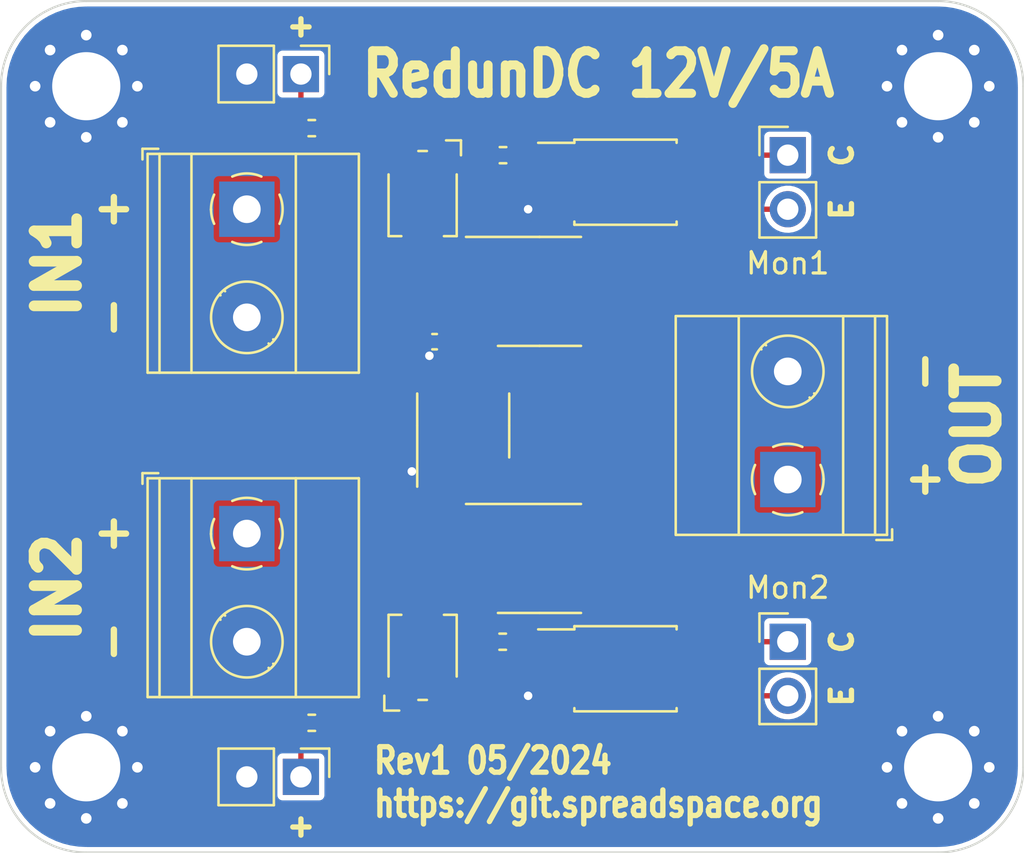
<source format=kicad_pcb>
(kicad_pcb (version 20240108) (generator "pcbnew") (generator_version "8.0")
  (layers (0 "F.Cu" signal) (31 "B.Cu" signal) (34 "B.Paste" user) (35 "F.Paste" user) (36 "B.SilkS" user "B.Silkscreen") (37 "F.SilkS" user "F.Silkscreen") (38 "B.Mask" user) (39 "F.Mask" user) (44 "Edge.Cuts" user))
  (net 0 "")
  (net 1 "Net-(C1-Pad1)")
  (net 2 "GND")
  (net 3 "Net-(Q1-Pad4)")
  (net 4 "Net-(Q2-Pad4)")
  (net 10 "/IN1")
  (net 11 "/OUT")
  (net 12 "/IN2")
  (net 13 "Net-(R1-Pad2)")
  (net 14 "Net-(R2-Pad2)")
  (net 15 "Net-(J4-Pad1)")
  (net 16 "Net-(J4-Pad2)")
  (net 17 "Net-(J5-Pad2)")
  (net 18 "Net-(J5-Pad1)")
  (net 19 "Net-(J6-Pad1)")
  (net 20 "Net-(J7-Pad1)")
  (net 21 "Net-(R3-Pad1)")
  (net 22 "Net-(R4-Pad1)")
  (footprint "Connector_PinHeader_2.54mm:PinHeader_1x02_P2.54mm_Vertical" (layer "F.Cu") (at 132.08 107.95 -90)
    (property "Reference" "J7" (hide yes))
    (property "Value" "Led2" (hide yes))
    (fp_line (start -1.33 3.87) (end 1.33 3.87) (stroke (width 0.12)) (layer "F.SilkS"))
    (fp_line (start -1.33 1.27) (end -1.33 3.87) (stroke (width 0.12)) (layer "F.SilkS"))
    (fp_line (start -1.33 1.27) (end 1.33 1.27) (stroke (width 0.12)) (layer "F.SilkS"))
    (fp_line (start 1.33 1.27) (end 1.33 3.87) (stroke (width 0.12)) (layer "F.SilkS"))
    (fp_line (start -1.33 0) (end -1.33 -1.33) (stroke (width 0.12)) (layer "F.SilkS"))
    (fp_line (start -1.33 -1.33) (end 0 -1.33) (stroke (width 0.12)) (layer "F.SilkS"))
    (pad "1" thru_hole rect (at 0 0 270) (size 1.7 1.7) (drill 1) (layers "*.Cu" "*.Mask") (net 20 "Net-(J7-Pad1)"))
    (pad "2" thru_hole oval (at 0 2.54 270) (size 1.7 1.7) (drill 1) (layers "*.Cu" "*.Mask") (net 2 "GND"))
  )
  (footprint "Package_SO:MSOP-16_3x4mm_P0.5mm" (layer "F.Cu") (at 139.7 91.44 90)
    (property "Reference" "U1" (hide yes))
    (property "Value" "LTC4353xMS")
    (fp_line (start 0 -2.16) (end 1.5 -2.16) (stroke (width 0.12)) (layer "F.SilkS"))
    (fp_line (start 0 -2.16) (end -2.875 -2.16) (stroke (width 0.12)) (layer "F.SilkS"))
    (fp_line (start 0 2.16) (end 1.5 2.16) (stroke (width 0.12)) (layer "F.SilkS"))
    (fp_line (start 0 2.16) (end -1.5 2.16) (stroke (width 0.12)) (layer "F.SilkS"))
    (pad "1" smd roundrect (at -2.15 -1.75 90) (size 1.45 0.3) (layers "F.Cu" "F.Paste" "F.Mask") (net 2 "GND"))
    (pad "2" smd roundrect (at -2.15 -1.25 90) (size 1.45 0.3) (layers "F.Cu" "F.Paste" "F.Mask"))
    (pad "3" smd roundrect (at -2.15 -0.75 90) (size 1.45 0.3) (layers "F.Cu" "F.Paste" "F.Mask"))
    (pad "4" smd roundrect (at -2.15 -0.25 90) (size 1.45 0.3) (layers "F.Cu" "F.Paste" "F.Mask") (net 12 "/IN2"))
    (pad "5" smd roundrect (at -2.15 0.25 90) (size 1.45 0.3) (layers "F.Cu" "F.Paste" "F.Mask") (net 4 "Net-(Q2-Pad4)"))
    (pad "6" smd roundrect (at -2.15 0.75 90) (size 1.45 0.3) (layers "F.Cu" "F.Paste" "F.Mask"))
    (pad "7" smd roundrect (at -2.15 1.25 90) (size 1.45 0.3) (layers "F.Cu" "F.Paste" "F.Mask") (net 11 "/OUT"))
    (pad "8" smd roundrect (at -2.15 1.75 90) (size 1.45 0.3) (layers "F.Cu" "F.Paste" "F.Mask"))
    (pad "9" smd roundrect (at 2.15 1.75 90) (size 1.45 0.3) (layers "F.Cu" "F.Paste" "F.Mask"))
    (pad "10" smd roundrect (at 2.15 1.25 90) (size 1.45 0.3) (layers "F.Cu" "F.Paste" "F.Mask") (net 11 "/OUT"))
    (pad "11" smd roundrect (at 2.15 0.75 90) (size 1.45 0.3) (layers "F.Cu" "F.Paste" "F.Mask"))
    (pad "12" smd roundrect (at 2.15 0.25 90) (size 1.45 0.3) (layers "F.Cu" "F.Paste" "F.Mask") (net 3 "Net-(Q1-Pad4)"))
    (pad "13" smd roundrect (at 2.15 -0.25 90) (size 1.45 0.3) (layers "F.Cu" "F.Paste" "F.Mask") (net 10 "/IN1"))
    (pad "14" smd roundrect (at 2.15 -0.75 90) (size 1.45 0.3) (layers "F.Cu" "F.Paste" "F.Mask") (net 1 "Net-(C1-Pad1)"))
    (pad "15" smd roundrect (at 2.15 -1.25 90) (size 1.45 0.3) (layers "F.Cu" "F.Paste" "F.Mask") (net 2 "GND"))
    (pad "16" smd roundrect (at 2.15 -1.75 90) (size 1.45 0.3) (layers "F.Cu" "F.Paste" "F.Mask") (net 2 "GND"))
  )
  (footprint "Package_SO:SO-4_4.4x3.6mm_P2.54mm" (layer "F.Cu") (at 147.32 102.87)
    (property "Reference" "U3" (hide yes))
    (property "Value" "LTV-357T")
    (fp_line (start -2.4 -2) (end 2.4 -2) (stroke (width 0.12)) (layer "F.SilkS"))
    (fp_line (start -2.4 -1.85) (end -4.1 -1.85) (stroke (width 0.12)) (layer "F.SilkS"))
    (fp_line (start -2.4 -1.85) (end -2.4 -2) (stroke (width 0.12)) (layer "F.SilkS"))
    (fp_line (start -2.4 2) (end -2.4 1.85) (stroke (width 0.12)) (layer "F.SilkS"))
    (fp_line (start 2.4 -2) (end 2.4 -1.85) (stroke (width 0.12)) (layer "F.SilkS"))
    (fp_line (start 2.4 1.85) (end 2.4 2) (stroke (width 0.12)) (layer "F.SilkS"))
    (fp_line (start 2.4 2) (end -2.4 2) (stroke (width 0.12)) (layer "F.SilkS"))
    (pad "1" smd rect (at -3.15 -1.27) (size 2 0.64) (layers "F.Cu" "F.Paste" "F.Mask") (net 14 "Net-(R2-Pad2)"))
    (pad "2" smd rect (at -3.15 1.27) (size 2 0.64) (layers "F.Cu" "F.Paste" "F.Mask") (net 2 "GND"))
    (pad "3" smd rect (at 3.15 1.27) (size 2 0.64) (layers "F.Cu" "F.Paste" "F.Mask") (net 17 "Net-(J5-Pad2)"))
    (pad "4" smd rect (at 3.15 -1.27) (size 2 0.64) (layers "F.Cu" "F.Paste" "F.Mask") (net 18 "Net-(J5-Pad1)"))
  )
  (footprint "Resistor_SMD:R_0402_1005Metric" (layer "F.Cu") (at 132.589999 105.41 180)
    (property "Reference" "R4" (hide yes))
    (property "Value" "220R" (hide yes))
    (fp_line (start -0.153641 0.38) (end 0.153641 0.38) (stroke (width 0.12)) (layer "F.SilkS"))
    (fp_line (start -0.153641 -0.38) (end 0.153641 -0.38) (stroke (width 0.12)) (layer "F.SilkS"))
    (pad "1" smd roundrect (at -0.51 0 180) (size 0.54 0.64) (layers "F.Cu" "F.Paste" "F.Mask") (net 22 "Net-(R4-Pad1)"))
    (pad "2" smd roundrect (at 0.51 0 180) (size 0.54 0.64) (layers "F.Cu" "F.Paste" "F.Mask") (net 20 "Net-(J7-Pad1)"))
  )
  (footprint "Package_SO:SO-4_4.4x3.6mm_P2.54mm" (layer "F.Cu") (at 147.32 80.01)
    (property "Reference" "U2" (hide yes))
    (property "Value" "LTV-357T")
    (fp_line (start -2.4 -2) (end 2.4 -2) (stroke (width 0.12)) (layer "F.SilkS"))
    (fp_line (start -2.4 -1.85) (end -4.1 -1.85) (stroke (width 0.12)) (layer "F.SilkS"))
    (fp_line (start -2.4 -1.85) (end -2.4 -2) (stroke (width 0.12)) (layer "F.SilkS"))
    (fp_line (start -2.4 2) (end -2.4 1.85) (stroke (width 0.12)) (layer "F.SilkS"))
    (fp_line (start 2.4 -2) (end 2.4 -1.85) (stroke (width 0.12)) (layer "F.SilkS"))
    (fp_line (start 2.4 1.85) (end 2.4 2) (stroke (width 0.12)) (layer "F.SilkS"))
    (fp_line (start 2.4 2) (end -2.4 2) (stroke (width 0.12)) (layer "F.SilkS"))
    (pad "1" smd rect (at -3.15 -1.27) (size 2 0.64) (layers "F.Cu" "F.Paste" "F.Mask") (net 13 "Net-(R1-Pad2)"))
    (pad "2" smd rect (at -3.15 1.27) (size 2 0.64) (layers "F.Cu" "F.Paste" "F.Mask") (net 2 "GND"))
    (pad "3" smd rect (at 3.15 1.27) (size 2 0.64) (layers "F.Cu" "F.Paste" "F.Mask") (net 16 "Net-(J4-Pad2)"))
    (pad "4" smd rect (at 3.15 -1.27) (size 2 0.64) (layers "F.Cu" "F.Paste" "F.Mask") (net 15 "Net-(J4-Pad1)"))
  )
  (footprint "Package_SO:SOIC-8_3.9x4.9mm_P1.27mm" (layer "F.Cu") (at 143.2814 85.1408)
    (property "Reference" "Q1" (hide yes))
    (property "Value" "Si4162DY")
    (fp_line (start 0 -2.56) (end -3.45 -2.56) (stroke (width 0.12)) (layer "F.SilkS"))
    (fp_line (start 0 -2.56) (end 1.95 -2.56) (stroke (width 0.12)) (layer "F.SilkS"))
    (fp_line (start 0 2.56) (end -1.95 2.56) (stroke (width 0.12)) (layer "F.SilkS"))
    (fp_line (start 0 2.56) (end 1.95 2.56) (stroke (width 0.12)) (layer "F.SilkS"))
    (pad "1" smd roundrect (at -2.475 -1.905) (size 1.95 0.6) (layers "F.Cu" "F.Paste" "F.Mask") (net 10 "/IN1"))
    (pad "2" smd roundrect (at -2.475 -0.635) (size 1.95 0.6) (layers "F.Cu" "F.Paste" "F.Mask") (net 10 "/IN1"))
    (pad "3" smd roundrect (at -2.475 0.635) (size 1.95 0.6) (layers "F.Cu" "F.Paste" "F.Mask") (net 10 "/IN1"))
    (pad "4" smd roundrect (at -2.475 1.905) (size 1.95 0.6) (layers "F.Cu" "F.Paste" "F.Mask") (net 3 "Net-(Q1-Pad4)"))
    (pad "5" smd roundrect (at 2.475 1.905) (size 1.95 0.6) (layers "F.Cu" "F.Paste" "F.Mask") (net 11 "/OUT"))
    (pad "6" smd roundrect (at 2.475 0.635) (size 1.95 0.6) (layers "F.Cu" "F.Paste" "F.Mask") (net 11 "/OUT"))
    (pad "7" smd roundrect (at 2.475 -0.635) (size 1.95 0.6) (layers "F.Cu" "F.Paste" "F.Mask") (net 11 "/OUT"))
    (pad "8" smd roundrect (at 2.475 -1.905) (size 1.95 0.6) (layers "F.Cu" "F.Paste" "F.Mask") (net 11 "/OUT"))
  )
  (footprint "TerminalBlock_Phoenix:TerminalBlock_Phoenix_MKDS-1,5-2-5.08_1x02_P5.08mm_Horizontal" (layer "F.Cu") (at 129.54 96.52 -90)
    (property "Reference" "J3" (hide yes))
    (property "Value" "IN2" (at 2.54 8.89 90) (layer "F.SilkS") (effects (font (size 2 2) (thickness 0.5))))
    (fp_line (start -2.84 4.9) (end -2.34 4.9) (stroke (width 0.12)) (layer "F.SilkS"))
    (fp_line (start -2.6 4.66) (end 7.68 4.66) (stroke (width 0.12)) (layer "F.SilkS"))
    (fp_line (start -2.84 4.16) (end -2.84 4.9) (stroke (width 0.12)) (layer "F.SilkS"))
    (fp_line (start -2.6 4.1) (end 7.68 4.1) (stroke (width 0.12)) (layer "F.SilkS"))
    (fp_line (start -2.6 2.6) (end 7.68 2.6) (stroke (width 0.12)) (layer "F.SilkS"))
    (fp_line (start 4.046 1.239) (end 4.011 1.274) (stroke (width 0.12)) (layer "F.SilkS"))
    (fp_line (start 3.853 1.023) (end 3.806 1.069) (stroke (width 0.12)) (layer "F.SilkS"))
    (fp_line (start 6.355 -1.069) (end 6.308 -1.023) (stroke (width 0.12)) (layer "F.SilkS"))
    (fp_line (start 6.15 -1.275) (end 6.115 -1.239) (stroke (width 0.12)) (layer "F.SilkS"))
    (fp_line (start -2.6 -2.301) (end 7.68 -2.301) (stroke (width 0.12)) (layer "F.SilkS"))
    (fp_line (start -2.6 -5.261) (end -2.6 4.66) (stroke (width 0.12)) (layer "F.SilkS"))
    (fp_line (start -2.6 -5.261) (end 7.68 -5.261) (stroke (width 0.12)) (layer "F.SilkS"))
    (fp_line (start 7.68 -5.261) (end 7.68 4.66) (stroke (width 0.12)) (layer "F.SilkS"))
    (fp_arc (start 0.028805 1.680253) (mid -0.335551 1.646659) (end -0.684 1.535) (stroke (width 0.12)) (layer "F.SilkS"))
    (fp_arc (start 0.683318 1.534756) (mid 0.349292 1.643288) (end 0 1.68) (stroke (width 0.12)) (layer "F.SilkS"))
    (fp_arc (start -1.535427 0.683042) (mid -1.680501 -0.000524) (end -1.535 -0.684) (stroke (width 0.12)) (layer "F.SilkS"))
    (fp_arc (start 1.535427 -0.683042) (mid 1.680501 0.000524) (end 1.535 0.684) (stroke (width 0.12)) (layer "F.SilkS"))
    (fp_arc (start -0.683042 -1.535427) (mid 0.000524 -1.680501) (end 0.684 -1.535) (stroke (width 0.12)) (layer "F.SilkS"))
    (fp_circle (center 5.08 0) (end 6.76 0) (stroke (width 0.12)) (fill none) (layer "F.SilkS"))
    (pad "1" thru_hole rect (at 0 0 270) (size 2.6 2.6) (drill 1.3) (layers "*.Cu" "*.Mask") (net 12 "/IN2"))
    (pad "2" thru_hole circle (at 5.08 0 270) (size 2.6 2.6) (drill 1.3) (layers "*.Cu" "*.Mask") (net 2 "GND"))
  )
  (footprint "Capacitor_SMD:C_0402_1005Metric" (layer "F.Cu") (at 138.3564 87.503 180)
    (property "Reference" "C1" (hide yes))
    (property "Value" "100n")
    (fp_line (start -0.107836 0.36) (end 0.107836 0.36) (stroke (width 0.12)) (layer "F.SilkS"))
    (fp_line (start -0.107836 -0.36) (end 0.107836 -0.36) (stroke (width 0.12)) (layer "F.SilkS"))
    (pad "1" smd roundrect (at -0.48 0 180) (size 0.56 0.62) (layers "F.Cu" "F.Paste" "F.Mask") (net 1 "Net-(C1-Pad1)"))
    (pad "2" smd roundrect (at 0.48 0 180) (size 0.56 0.62) (layers "F.Cu" "F.Paste" "F.Mask") (net 2 "GND"))
  )
  (footprint "Connector_PinHeader_2.54mm:PinHeader_1x02_P2.54mm_Vertical" (layer "F.Cu") (at 132.08 74.93 -90)
    (property "Reference" "J6" (hide yes))
    (property "Value" "Led1" (hide yes))
    (fp_line (start -1.33 3.87) (end 1.33 3.87) (stroke (width 0.12)) (layer "F.SilkS"))
    (fp_line (start -1.33 1.27) (end -1.33 3.87) (stroke (width 0.12)) (layer "F.SilkS"))
    (fp_line (start -1.33 1.27) (end 1.33 1.27) (stroke (width 0.12)) (layer "F.SilkS"))
    (fp_line (start 1.33 1.27) (end 1.33 3.87) (stroke (width 0.12)) (layer "F.SilkS"))
    (fp_line (start -1.33 0) (end -1.33 -1.33) (stroke (width 0.12)) (layer "F.SilkS"))
    (fp_line (start -1.33 -1.33) (end 0 -1.33) (stroke (width 0.12)) (layer "F.SilkS"))
    (pad "1" thru_hole rect (at 0 0 270) (size 1.7 1.7) (drill 1) (layers "*.Cu" "*.Mask") (net 19 "Net-(J6-Pad1)"))
    (pad "2" thru_hole oval (at 0 2.54 270) (size 1.7 1.7) (drill 1) (layers "*.Cu" "*.Mask") (net 2 "GND"))
  )
  (footprint "Potentiometer_SMD:Potentiometer_Bourns_TC33X_Vertical" (layer "F.Cu") (at 137.795 80.645 -90)
    (property "Reference" "RV1" (hide yes))
    (property "Value" "1K0" (hide yes))
    (fp_line (start -1 1.6) (end 1.9 1.6) (stroke (width 0.12)) (layer "F.SilkS"))
    (fp_line (start 1.9 1.6) (end 1.9 1) (stroke (width 0.12)) (layer "F.SilkS"))
    (fp_line (start -2.1 -0.2) (end -2.1 0.2) (stroke (width 0.12)) (layer "F.SilkS"))
    (fp_line (start -1 -1.6) (end 1.9 -1.6) (stroke (width 0.12)) (layer "F.SilkS"))
    (fp_line (start 1.9 -1.6) (end 1.9 -1) (stroke (width 0.12)) (layer "F.SilkS"))
    (fp_line (start -2.6 -1.8) (end -2.6 -1.1) (stroke (width 0.12)) (layer "F.SilkS"))
    (fp_line (start -1.9 -1.8) (end -2.6 -1.8) (stroke (width 0.12)) (layer "F.SilkS"))
    (pad "1" smd rect (at -1.8 -1 270) (size 1.2 1.2) (layers "F.Cu" "F.Paste" "F.Mask") (net 21 "Net-(R3-Pad1)"))
    (pad "2" smd rect (at 1.45 0 270) (size 1.5 1.6) (layers "F.Cu" "F.Paste" "F.Mask") (net 10 "/IN1"))
    (pad "3" smd rect (at -1.8 1 270) (size 1.2 1.2) (layers "F.Cu" "F.Paste" "F.Mask") (net 10 "/IN1"))
  )
  (footprint "Package_SO:SOIC-8_3.9x4.9mm_P1.27mm" (layer "F.Cu") (at 143.2814 97.6884)
    (property "Reference" "Q2" (hide yes))
    (property "Value" "Si4162DY")
    (fp_line (start 0 -2.56) (end -3.45 -2.56) (stroke (width 0.12)) (layer "F.SilkS"))
    (fp_line (start 0 -2.56) (end 1.95 -2.56) (stroke (width 0.12)) (layer "F.SilkS"))
    (fp_line (start 0 2.56) (end -1.95 2.56) (stroke (width 0.12)) (layer "F.SilkS"))
    (fp_line (start 0 2.56) (end 1.95 2.56) (stroke (width 0.12)) (layer "F.SilkS"))
    (pad "1" smd roundrect (at -2.475 -1.905) (size 1.95 0.6) (layers "F.Cu" "F.Paste" "F.Mask") (net 12 "/IN2"))
    (pad "2" smd roundrect (at -2.475 -0.635) (size 1.95 0.6) (layers "F.Cu" "F.Paste" "F.Mask") (net 12 "/IN2"))
    (pad "3" smd roundrect (at -2.475 0.635) (size 1.95 0.6) (layers "F.Cu" "F.Paste" "F.Mask") (net 12 "/IN2"))
    (pad "4" smd roundrect (at -2.475 1.905) (size 1.95 0.6) (layers "F.Cu" "F.Paste" "F.Mask") (net 4 "Net-(Q2-Pad4)"))
    (pad "5" smd roundrect (at 2.475 1.905) (size 1.95 0.6) (layers "F.Cu" "F.Paste" "F.Mask") (net 11 "/OUT"))
    (pad "6" smd roundrect (at 2.475 0.635) (size 1.95 0.6) (layers "F.Cu" "F.Paste" "F.Mask") (net 11 "/OUT"))
    (pad "7" smd roundrect (at 2.475 -0.635) (size 1.95 0.6) (layers "F.Cu" "F.Paste" "F.Mask") (net 11 "/OUT"))
    (pad "8" smd roundrect (at 2.475 -1.905) (size 1.95 0.6) (layers "F.Cu" "F.Paste" "F.Mask") (net 11 "/OUT"))
  )
  (footprint "MountingHole:MountingHole_3.2mm_M3_Pad_Via" (layer "F.Cu") (at 162 75.5)
    (property "Reference" "H1" (hide yes))
    (property "Value" "MountingHole_Pad" (hide yes))
    (pad "1" thru_hole circle (at -2.4 0) (size 0.8 0.8) (drill 0.5) (layers "*.Cu" "*.Mask") (net 2 "GND"))
    (pad "1" thru_hole circle (at -1.697056 -1.697056) (size 0.8 0.8) (drill 0.5) (layers "*.Cu" "*.Mask") (net 2 "GND"))
    (pad "1" thru_hole circle (at -1.697056 1.697056) (size 0.8 0.8) (drill 0.5) (layers "*.Cu" "*.Mask") (net 2 "GND"))
    (pad "1" thru_hole circle (at 0 -2.4) (size 0.8 0.8) (drill 0.5) (layers "*.Cu" "*.Mask") (net 2 "GND"))
    (pad "1" thru_hole circle (at 0 0) (size 6.4 6.4) (drill 3.2) (layers "*.Cu" "*.Mask") (net 2 "GND"))
    (pad "1" thru_hole circle (at 0 2.4) (size 0.8 0.8) (drill 0.5) (layers "*.Cu" "*.Mask") (net 2 "GND"))
    (pad "1" thru_hole circle (at 1.697056 -1.697056) (size 0.8 0.8) (drill 0.5) (layers "*.Cu" "*.Mask") (net 2 "GND"))
    (pad "1" thru_hole circle (at 1.697056 1.697056) (size 0.8 0.8) (drill 0.5) (layers "*.Cu" "*.Mask") (net 2 "GND"))
    (pad "1" thru_hole circle (at 2.4 0) (size 0.8 0.8) (drill 0.5) (layers "*.Cu" "*.Mask") (net 2 "GND"))
  )
  (footprint "Resistor_SMD:R_0402_1005Metric" (layer "F.Cu") (at 141.5542 101.6)
    (property "Reference" "R2" (hide yes))
    (property "Value" "390R")
    (fp_line (start -0.153641 -0.38) (end 0.153641 -0.38) (stroke (width 0.12)) (layer "F.SilkS"))
    (fp_line (start -0.153641 0.38) (end 0.153641 0.38) (stroke (width 0.12)) (layer "F.SilkS"))
    (pad "1" smd roundrect (at -0.51 0) (size 0.54 0.64) (layers "F.Cu" "F.Paste" "F.Mask") (net 12 "/IN2"))
    (pad "2" smd roundrect (at 0.51 0) (size 0.54 0.64) (layers "F.Cu" "F.Paste" "F.Mask") (net 14 "Net-(R2-Pad2)"))
  )
  (footprint "TerminalBlock_Phoenix:TerminalBlock_Phoenix_MKDS-1,5-2-5.08_1x02_P5.08mm_Horizontal" (layer "F.Cu") (at 154.94 93.98 90)
    (property "Reference" "J2" (hide yes))
    (property "Value" "OUT" (at 2.54 8.89 90) (layer "F.SilkS") (effects (font (size 2 2) (thickness 0.5))))
    (fp_line (start 7.68 -5.261) (end 7.68 4.66) (stroke (width 0.12)) (layer "F.SilkS"))
    (fp_line (start -2.6 -5.261) (end 7.68 -5.261) (stroke (width 0.12)) (layer "F.SilkS"))
    (fp_line (start -2.6 -5.261) (end -2.6 4.66) (stroke (width 0.12)) (layer "F.SilkS"))
    (fp_line (start -2.6 -2.301) (end 7.68 -2.301) (stroke (width 0.12)) (layer "F.SilkS"))
    (fp_line (start 6.15 -1.275) (end 6.115 -1.239) (stroke (width 0.12)) (layer "F.SilkS"))
    (fp_line (start 6.355 -1.069) (end 6.308 -1.023) (stroke (width 0.12)) (layer "F.SilkS"))
    (fp_line (start 3.853 1.023) (end 3.806 1.069) (stroke (width 0.12)) (layer "F.SilkS"))
    (fp_line (start 4.046 1.239) (end 4.011 1.274) (stroke (width 0.12)) (layer "F.SilkS"))
    (fp_line (start -2.6 2.6) (end 7.68 2.6) (stroke (width 0.12)) (layer "F.SilkS"))
    (fp_line (start -2.6 4.1) (end 7.68 4.1) (stroke (width 0.12)) (layer "F.SilkS"))
    (fp_line (start -2.84 4.16) (end -2.84 4.9) (stroke (width 0.12)) (layer "F.SilkS"))
    (fp_line (start -2.6 4.66) (end 7.68 4.66) (stroke (width 0.12)) (layer "F.SilkS"))
    (fp_line (start -2.84 4.9) (end -2.34 4.9) (stroke (width 0.12)) (layer "F.SilkS"))
    (fp_arc (start -0.683042 -1.535427) (mid 0.000524 -1.680501) (end 0.684 -1.535) (stroke (width 0.12)) (layer "F.SilkS"))
    (fp_arc (start 1.535427 -0.683042) (mid 1.680501 0.000524) (end 1.535 0.684) (stroke (width 0.12)) (layer "F.SilkS"))
    (fp_arc (start -1.535427 0.683042) (mid -1.680501 -0.000524) (end -1.535 -0.684) (stroke (width 0.12)) (layer "F.SilkS"))
    (fp_arc (start 0.683318 1.534756) (mid 0.349292 1.643288) (end 0 1.68) (stroke (width 0.12)) (layer "F.SilkS"))
    (fp_arc (start 0.028805 1.680253) (mid -0.335551 1.646659) (end -0.684 1.535) (stroke (width 0.12)) (layer "F.SilkS"))
    (fp_circle (center 5.08 0) (end 6.76 0) (stroke (width 0.12)) (fill none) (layer "F.SilkS"))
    (pad "1" thru_hole rect (at 0 0 90) (size 2.6 2.6) (drill 1.3) (layers "*.Cu" "*.Mask") (net 11 "/OUT"))
    (pad "2" thru_hole circle (at 5.08 0 90) (size 2.6 2.6) (drill 1.3) (layers "*.Cu" "*.Mask") (net 2 "GND"))
  )
  (footprint "MountingHole:MountingHole_3.2mm_M3_Pad_Via" (layer "F.Cu") (at 162 107.5)
    (property "Reference" "H4" (hide yes))
    (property "Value" "MountingHole_Pad" (hide yes))
    (pad "1" thru_hole circle (at -2.4 0) (size 0.8 0.8) (drill 0.5) (layers "*.Cu" "*.Mask") (net 2 "GND"))
    (pad "1" thru_hole circle (at -1.697056 -1.697056) (size 0.8 0.8) (drill 0.5) (layers "*.Cu" "*.Mask") (net 2 "GND"))
    (pad "1" thru_hole circle (at -1.697056 1.697056) (size 0.8 0.8) (drill 0.5) (layers "*.Cu" "*.Mask") (net 2 "GND"))
    (pad "1" thru_hole circle (at 0 -2.4) (size 0.8 0.8) (drill 0.5) (layers "*.Cu" "*.Mask") (net 2 "GND"))
    (pad "1" thru_hole circle (at 0 0) (size 6.4 6.4) (drill 3.2) (layers "*.Cu" "*.Mask") (net 2 "GND"))
    (pad "1" thru_hole circle (at 0 2.4) (size 0.8 0.8) (drill 0.5) (layers "*.Cu" "*.Mask") (net 2 "GND"))
    (pad "1" thru_hole circle (at 1.697056 -1.697056) (size 0.8 0.8) (drill 0.5) (layers "*.Cu" "*.Mask") (net 2 "GND"))
    (pad "1" thru_hole circle (at 1.697056 1.697056) (size 0.8 0.8) (drill 0.5) (layers "*.Cu" "*.Mask") (net 2 "GND"))
    (pad "1" thru_hole circle (at 2.4 0) (size 0.8 0.8) (drill 0.5) (layers "*.Cu" "*.Mask") (net 2 "GND"))
  )
  (footprint "MountingHole:MountingHole_3.2mm_M3_Pad_Via" (layer "F.Cu") (at 122 75.5)
    (property "Reference" "H3" (hide yes))
    (property "Value" "MountingHole_Pad" (hide yes))
    (pad "1" thru_hole circle (at -2.4 0) (size 0.8 0.8) (drill 0.5) (layers "*.Cu" "*.Mask") (net 2 "GND"))
    (pad "1" thru_hole circle (at -1.697056 -1.697056) (size 0.8 0.8) (drill 0.5) (layers "*.Cu" "*.Mask") (net 2 "GND"))
    (pad "1" thru_hole circle (at -1.697056 1.697056) (size 0.8 0.8) (drill 0.5) (layers "*.Cu" "*.Mask") (net 2 "GND"))
    (pad "1" thru_hole circle (at 0 -2.4) (size 0.8 0.8) (drill 0.5) (layers "*.Cu" "*.Mask") (net 2 "GND"))
    (pad "1" thru_hole circle (at 0 0) (size 6.4 6.4) (drill 3.2) (layers "*.Cu" "*.Mask") (net 2 "GND"))
    (pad "1" thru_hole circle (at 0 2.4) (size 0.8 0.8) (drill 0.5) (layers "*.Cu" "*.Mask") (net 2 "GND"))
    (pad "1" thru_hole circle (at 1.697056 -1.697056) (size 0.8 0.8) (drill 0.5) (layers "*.Cu" "*.Mask") (net 2 "GND"))
    (pad "1" thru_hole circle (at 1.697056 1.697056) (size 0.8 0.8) (drill 0.5) (layers "*.Cu" "*.Mask") (net 2 "GND"))
    (pad "1" thru_hole circle (at 2.4 0) (size 0.8 0.8) (drill 0.5) (layers "*.Cu" "*.Mask") (net 2 "GND"))
  )
  (footprint "Potentiometer_SMD:Potentiometer_Bourns_TC33X_Vertical" (layer "F.Cu") (at 137.795 102.235 90)
    (property "Reference" "RV2" (hide yes))
    (property "Value" "1K0" (hide yes))
    (fp_line (start -1.9 -1.8) (end -2.6 -1.8) (stroke (width 0.12)) (layer "F.SilkS"))
    (fp_line (start -2.6 -1.8) (end -2.6 -1.1) (stroke (width 0.12)) (layer "F.SilkS"))
    (fp_line (start 1.9 -1.6) (end 1.9 -1) (stroke (width 0.12)) (layer "F.SilkS"))
    (fp_line (start -1 -1.6) (end 1.9 -1.6) (stroke (width 0.12)) (layer "F.SilkS"))
    (fp_line (start -2.1 -0.2) (end -2.1 0.2) (stroke (width 0.12)) (layer "F.SilkS"))
    (fp_line (start 1.9 1.6) (end 1.9 1) (stroke (width 0.12)) (layer "F.SilkS"))
    (fp_line (start -1 1.6) (end 1.9 1.6) (stroke (width 0.12)) (layer "F.SilkS"))
    (pad "1" smd rect (at -1.8 -1 90) (size 1.2 1.2) (layers "F.Cu" "F.Paste" "F.Mask") (net 22 "Net-(R4-Pad1)"))
    (pad "2" smd rect (at 1.45 0 90) (size 1.5 1.6) (layers "F.Cu" "F.Paste" "F.Mask") (net 12 "/IN2"))
    (pad "3" smd rect (at -1.8 1 90) (size 1.2 1.2) (layers "F.Cu" "F.Paste" "F.Mask") (net 12 "/IN2"))
  )
  (footprint "MountingHole:MountingHole_3.2mm_M3_Pad_Via" (layer "F.Cu") (at 122 107.5)
    (property "Reference" "H2" (hide yes))
    (property "Value" "MountingHole_Pad" (hide yes))
    (pad "1" thru_hole circle (at -2.4 0) (size 0.8 0.8) (drill 0.5) (layers "*.Cu" "*.Mask") (net 2 "GND"))
    (pad "1" thru_hole circle (at -1.697056 -1.697056) (size 0.8 0.8) (drill 0.5) (layers "*.Cu" "*.Mask") (net 2 "GND"))
    (pad "1" thru_hole circle (at -1.697056 1.697056) (size 0.8 0.8) (drill 0.5) (layers "*.Cu" "*.Mask") (net 2 "GND"))
    (pad "1" thru_hole circle (at 0 -2.4) (size 0.8 0.8) (drill 0.5) (layers "*.Cu" "*.Mask") (net 2 "GND"))
    (pad "1" thru_hole circle (at 0 0) (size 6.4 6.4) (drill 3.2) (layers "*.Cu" "*.Mask") (net 2 "GND"))
    (pad "1" thru_hole circle (at 0 2.4) (size 0.8 0.8) (drill 0.5) (layers "*.Cu" "*.Mask") (net 2 "GND"))
    (pad "1" thru_hole circle (at 1.697056 -1.697056) (size 0.8 0.8) (drill 0.5) (layers "*.Cu" "*.Mask") (net 2 "GND"))
    (pad "1" thru_hole circle (at 1.697056 1.697056) (size 0.8 0.8) (drill 0.5) (layers "*.Cu" "*.Mask") (net 2 "GND"))
    (pad "1" thru_hole circle (at 2.4 0) (size 0.8 0.8) (drill 0.5) (layers "*.Cu" "*.Mask") (net 2 "GND"))
  )
  (footprint "Resistor_SMD:R_0402_1005Metric" (layer "F.Cu") (at 132.59 77.47 180)
    (property "Reference" "R3" (hide yes))
    (property "Value" "220R" (hide yes))
    (fp_line (start -0.153641 0.38) (end 0.153641 0.38) (stroke (width 0.12)) (layer "F.SilkS"))
    (fp_line (start -0.153641 -0.38) (end 0.153641 -0.38) (stroke (width 0.12)) (layer "F.SilkS"))
    (pad "1" smd roundrect (at -0.51 0 180) (size 0.54 0.64) (layers "F.Cu" "F.Paste" "F.Mask") (net 21 "Net-(R3-Pad1)"))
    (pad "2" smd roundrect (at 0.51 0 180) (size 0.54 0.64) (layers "F.Cu" "F.Paste" "F.Mask") (net 19 "Net-(J6-Pad1)"))
  )
  (footprint "Connector_PinHeader_2.54mm:PinHeader_1x02_P2.54mm_Vertical" (layer "F.Cu") (at 154.94 78.74)
    (property "Reference" "J4" (hide yes))
    (property "Value" "Mon1" (at 0 5.08 0) (layer "F.SilkS"))
    (fp_line (start -1.33 -1.33) (end 0 -1.33) (stroke (width 0.12)) (layer "F.SilkS"))
    (fp_line (start -1.33 0) (end -1.33 -1.33) (stroke (width 0.12)) (layer "F.SilkS"))
    (fp_line (start -1.33 1.27) (end -1.33 3.87) (stroke (width 0.12)) (layer "F.SilkS"))
    (fp_line (start -1.33 1.27) (end 1.33 1.27) (stroke (width 0.12)) (layer "F.SilkS"))
    (fp_line (start -1.33 3.87) (end 1.33 3.87) (stroke (width 0.12)) (layer "F.SilkS"))
    (fp_line (start 1.33 1.27) (end 1.33 3.87) (stroke (width 0.12)) (layer "F.SilkS"))
    (pad "1" thru_hole rect (at 0 0) (size 1.7 1.7) (drill 1) (layers "*.Cu" "*.Mask") (net 15 "Net-(J4-Pad1)"))
    (pad "2" thru_hole oval (at 0 2.54) (size 1.7 1.7) (drill 1) (layers "*.Cu" "*.Mask") (net 16 "Net-(J4-Pad2)"))
  )
  (footprint "TerminalBlock_Phoenix:TerminalBlock_Phoenix_MKDS-1,5-2-5.08_1x02_P5.08mm_Horizontal" (layer "F.Cu") (at 129.54 81.28 -90)
    (property "Reference" "J1" (hide yes))
    (property "Value" "IN1" (at 2.54 8.89 90) (layer "F.SilkS") (effects (font (size 2 2) (thickness 0.5))))
    (fp_line (start -2.84 4.9) (end -2.34 4.9) (stroke (width 0.12)) (layer "F.SilkS"))
    (fp_line (start -2.6 4.66) (end 7.68 4.66) (stroke (width 0.12)) (layer "F.SilkS"))
    (fp_line (start -2.84 4.16) (end -2.84 4.9) (stroke (width 0.12)) (layer "F.SilkS"))
    (fp_line (start -2.6 4.1) (end 7.68 4.1) (stroke (width 0.12)) (layer "F.SilkS"))
    (fp_line (start -2.6 2.6) (end 7.68 2.6) (stroke (width 0.12)) (layer "F.SilkS"))
    (fp_line (start 4.046 1.239) (end 4.011 1.274) (stroke (width 0.12)) (layer "F.SilkS"))
    (fp_line (start 3.853 1.023) (end 3.806 1.069) (stroke (width 0.12)) (layer "F.SilkS"))
    (fp_line (start 6.355 -1.069) (end 6.308 -1.023) (stroke (width 0.12)) (layer "F.SilkS"))
    (fp_line (start 6.15 -1.275) (end 6.115 -1.239) (stroke (width 0.12)) (layer "F.SilkS"))
    (fp_line (start -2.6 -2.301) (end 7.68 -2.301) (stroke (width 0.12)) (layer "F.SilkS"))
    (fp_line (start -2.6 -5.261) (end -2.6 4.66) (stroke (width 0.12)) (layer "F.SilkS"))
    (fp_line (start -2.6 -5.261) (end 7.68 -5.261) (stroke (width 0.12)) (layer "F.SilkS"))
    (fp_line (start 7.68 -5.261) (end 7.68 4.66) (stroke (width 0.12)) (layer "F.SilkS"))
    (fp_arc (start 0.028805 1.680253) (mid -0.335551 1.646659) (end -0.684 1.535) (stroke (width 0.12)) (layer "F.SilkS"))
    (fp_arc (start 0.683318 1.534756) (mid 0.349292 1.643288) (end 0 1.68) (stroke (width 0.12)) (layer "F.SilkS"))
    (fp_arc (start -1.535427 0.683042) (mid -1.680501 -0.000524) (end -1.535 -0.684) (stroke (width 0.12)) (layer "F.SilkS"))
    (fp_arc (start 1.535427 -0.683042) (mid 1.680501 0.000524) (end 1.535 0.684) (stroke (width 0.12)) (layer "F.SilkS"))
    (fp_arc (start -0.683042 -1.535427) (mid 0.000524 -1.680501) (end 0.684 -1.535) (stroke (width 0.12)) (layer "F.SilkS"))
    (fp_circle (center 5.08 0) (end 6.76 0) (stroke (width 0.12)) (fill none) (layer "F.SilkS"))
    (pad "1" thru_hole rect (at 0 0 270) (size 2.6 2.6) (drill 1.3) (layers "*.Cu" "*.Mask") (net 10 "/IN1"))
    (pad "2" thru_hole circle (at 5.08 0 270) (size 2.6 2.6) (drill 1.3) (layers "*.Cu" "*.Mask") (net 2 "GND"))
  )
  (footprint "Connector_PinHeader_2.54mm:PinHeader_1x02_P2.54mm_Vertical" (layer "F.Cu") (at 154.94 101.6)
    (property "Reference" "J5" (hide yes))
    (property "Value" "Mon2" (at 0 -2.54 0) (layer "F.SilkS"))
    (fp_line (start -1.33 -1.33) (end 0 -1.33) (stroke (width 0.12)) (layer "F.SilkS"))
    (fp_line (start -1.33 0) (end -1.33 -1.33) (stroke (width 0.12)) (layer "F.SilkS"))
    (fp_line (start -1.33 1.27) (end -1.33 3.87) (stroke (width 0.12)) (layer "F.SilkS"))
    (fp_line (start -1.33 1.27) (end 1.33 1.27) (stroke (width 0.12)) (layer "F.SilkS"))
    (fp_line (start -1.33 3.87) (end 1.33 3.87) (stroke (width 0.12)) (layer "F.SilkS"))
    (fp_line (start 1.33 1.27) (end 1.33 3.87) (stroke (width 0.12)) (layer "F.SilkS"))
    (pad "1" thru_hole rect (at 0 0) (size 1.7 1.7) (drill 1) (layers "*.Cu" "*.Mask") (net 18 "Net-(J5-Pad1)"))
    (pad "2" thru_hole oval (at 0 2.54) (size 1.7 1.7) (drill 1) (layers "*.Cu" "*.Mask") (net 17 "Net-(J5-Pad2)"))
  )
  (footprint "Resistor_SMD:R_0402_1005Metric" (layer "F.Cu") (at 141.57 78.74)
    (property "Reference" "R1" (hide yes))
    (property "Value" "390R")
    (fp_line (start -0.153641 -0.38) (end 0.153641 -0.38) (stroke (width 0.12)) (layer "F.SilkS"))
    (fp_line (start -0.153641 0.38) (end 0.153641 0.38) (stroke (width 0.12)) (layer "F.SilkS"))
    (pad "1" smd roundrect (at -0.51 0) (size 0.54 0.64) (layers "F.Cu" "F.Paste" "F.Mask") (net 10 "/IN1"))
    (pad "2" smd roundrect (at 0.51 0) (size 0.54 0.64) (layers "F.Cu" "F.Paste" "F.Mask") (net 13 "Net-(R1-Pad2)"))
  )
  (gr_arc (start 162 71.5) (mid 164.828427 72.671573) (end 166 75.5) (stroke (width 0.1)) (layer "Edge.Cuts"))
  (gr_arc (start 118 75.5) (mid 119.171573 72.671573) (end 122 71.5) (stroke (width 0.1)) (layer "Edge.Cuts"))
  (gr_arc (start 122 111.5) (mid 119.171573 110.328427) (end 118 107.5) (stroke (width 0.1)) (layer "Edge.Cuts"))
  (gr_line (start 118 107.5) (end 118 75.5) (stroke (width 0.1)) (layer "Edge.Cuts"))
  (gr_line (start 166 75.5) (end 166 107.5) (stroke (width 0.1)) (layer "Edge.Cuts"))
  (gr_line (start 122 71.5) (end 162 71.5) (stroke (width 0.1)) (layer "Edge.Cuts"))
  (gr_line (start 162 111.5) (end 122 111.5) (stroke (width 0.1)) (layer "Edge.Cuts"))
  (gr_arc (start 166 107.5) (mid 164.828427 110.328427) (end 162 111.5) (stroke (width 0.1)) (layer "Edge.Cuts"))
  (gr_text "RedunDC 12V/5A" (at 146.05 74.93 0) (layer "F.SilkS") (effects (font (size 2 1.7) (thickness 0.425))))
  (gr_text "+" (at 161.29 93.98 90) (layer "F.SilkS") (effects (font (size 1.5 1.5) (thickness 0.3))))
  (gr_text "+" (at 132.08 72.644 0) (layer "F.SilkS") (effects (font (size 1 1) (thickness 0.25))))
  (gr_text "+" (at 132.08 110.236 0) (layer "F.SilkS") (effects (font (size 1 1) (thickness 0.25))))
  (gr_text "+" (at 123.19 81.28 90) (layer "F.SilkS") (effects (font (size 1.5 1.5) (thickness 0.3))))
  (gr_text "E" (at 157.48 81.28 90) (layer "F.SilkS") (effects (font (size 1 1) (thickness 0.25))))
  (gr_text "-" (at 123.19 86.36 90) (layer "F.SilkS") (effects (font (size 1.5 1.5) (thickness 0.3))))
  (gr_text "C\n" (at 157.48 101.6 90) (layer "F.SilkS") (effects (font (size 1 1) (thickness 0.25))))
  (gr_text "E" (at 157.48 104.14 90) (layer "F.SilkS") (effects (font (size 1 1) (thickness 0.25))))
  (gr_text "https://git.spreadspace.org" (at 146.05 109.22 0) (layer "F.SilkS") (effects (font (size 1.2 1) (thickness 0.25))))
  (gr_text "Rev1 05/2024" (at 135.382 107.188 0) (layer "F.SilkS") (effects (font (size 1.2 1) (thickness 0.25)) (justify left)))
  (gr_text "-" (at 123.19 101.6 90) (layer "F.SilkS") (effects (font (size 1.5 1.5) (thickness 0.3))))
  (gr_text "+" (at 123.19 96.52 90) (layer "F.SilkS") (effects (font (size 1.5 1.5) (thickness 0.3))))
  (gr_text "-" (at 161.29 88.9 90) (layer "F.SilkS") (effects (font (size 1.5 1.5) (thickness 0.3))))
  (gr_text "C\n" (at 157.48 78.74 90) (layer "F.SilkS") (effects (font (size 1 1) (thickness 0.25))))
  (segment (start 138.95 89.29) (end 138.95 88.277) (width 0.25) (layer "F.Cu") (net 1))
  (segment (start 138.8364 88.1634) (end 138.8364 87.503) (width 0.25) (layer "F.Cu") (net 1))
  (segment (start 138.95 88.277) (end 138.8364 88.1634) (width 0.25) (layer "F.Cu") (net 1))
  (segment (start 137.95 88.327744) (end 138.111903 88.165841) (width 0.25) (layer "F.Cu") (net 2))
  (segment (start 137.8764 87.930338) (end 138.111903 88.165841) (width 0.25) (layer "F.Cu") (net 2))
  (segment (start 144.17 104.14) (end 142.748 104.14) (width 0.25) (layer "F.Cu") (net 2))
  (segment (start 137.8764 87.503) (end 137.8764 87.930338) (width 0.25) (layer "F.Cu") (net 2))
  (segment (start 138.45 88.503938) (end 138.111903 88.165841) (width 0.25) (layer "F.Cu") (net 2))
  (segment (start 137.95 89.29) (end 137.95 88.327744) (width 0.25) (layer "F.Cu") (net 2))
  (segment (start 137.95 93.59) (end 137.296 93.59) (width 0.25) (layer "F.Cu") (net 2))
  (segment (start 138.45 89.29) (end 138.45 88.503938) (width 0.25) (layer "F.Cu") (net 2))
  (segment (start 144.17 81.28) (end 142.748 81.28) (width 0.25) (layer "F.Cu") (net 2))
  (segment (start 137.296 93.59) (end 137.287 93.599) (width 0.25) (layer "F.Cu") (net 2))
  (via (at 142.748 104.14) (size 0.8) (drill 0.4) (layers "F.Cu" "B.Cu") (net 2))
  (via (at 138.111903 88.165841) (size 0.8) (drill 0.4) (layers "F.Cu" "B.Cu") (net 2))
  (via (at 137.287 93.599) (size 0.8) (drill 0.4) (layers "F.Cu" "B.Cu") (net 2))
  (via (at 142.748 81.28) (size 0.8) (drill 0.4) (layers "F.Cu" "B.Cu") (net 2))
  (segment (start 139.95 89.29) (end 139.95 88.396) (width 0.25) (layer "F.Cu") (net 3))
  (segment (start 140.8064 87.5396) (end 140.8064 87.0458) (width 0.25) (layer "F.Cu") (net 3))
  (segment (start 139.95 88.396) (end 140.8064 87.5396) (width 0.25) (layer "F.Cu") (net 3))
  (segment (start 141.732 94.742) (end 142.494 95.504) (width 0.25) (layer "F.Cu") (net 4))
  (segment (start 139.95 94.380685) (end 140.311315 94.742) (width 0.25) (layer "F.Cu") (net 4))
  (segment (start 142.494 95.504) (end 142.494 99.187) (width 0.25) (layer "F.Cu") (net 4))
  (segment (start 142.0876 99.5934) (end 140.8064 99.5934) (width 0.25) (layer "F.Cu") (net 4))
  (segment (start 139.95 93.59) (end 139.95 94.380685) (width 0.25) (layer "F.Cu") (net 4))
  (segment (start 140.311315 94.742) (end 141.732 94.742) (width 0.25) (layer "F.Cu") (net 4))
  (segment (start 142.494 99.187) (end 142.0876 99.5934) (width 0.25) (layer "F.Cu") (net 4))
  (segment (start 139.45 89.29) (end 139.45 85.975) (width 0.25) (layer "F.Cu") (net 10))
  (segment (start 141.06 79.4374) (end 140.0302 80.4672) (width 0.25) (layer "F.Cu") (net 10))
  (segment (start 140.0302 80.4672) (end 137.795 80.4672) (width 0.25) (layer "F.Cu") (net 10))
  (segment (start 139.6492 85.7758) (end 140.8064 85.7758) (width 0.25) (layer "F.Cu") (net 10))
  (segment (start 141.06 78.74) (end 141.06 79.4374) (width 0.25) (layer "F.Cu") (net 10))
  (segment (start 139.45 85.975) (end 139.6492 85.7758) (width 0.25) (layer "F.Cu") (net 10))
  (segment (start 137.795 83.2612) (end 140.781 83.2612) (width 0.25) (layer "F.Cu") (net 10))
  (segment (start 137.795 80.4672) (end 137.795 79.845) (width 0.25) (layer "F.Cu") (net 10))
  (segment (start 137.795 82.095) (end 137.795 83.2612) (width 0.25) (layer "F.Cu") (net 10))
  (segment (start 140.781 83.2612) (end 140.8064 83.2358) (width 0.25) (layer "F.Cu") (net 10))
  (segment (start 137.795 79.845) (end 136.795 78.845) (width 0.25) (layer "F.Cu") (net 10))
  (segment (start 137.795 82.095) (end 137.795 80.4672) (width 0.25) (layer "F.Cu") (net 10))
  (segment (start 145.7564 95.7834) (end 145.7564 91.4112) (width 0.25) (layer "F.Cu") (net 11))
  (segment (start 145.7564 91.4112) (end 145.6382 91.293) (width 0.25) (layer "F.Cu") (net 11))
  (segment (start 145.7564 91.1748) (end 145.7564 87.0458) (width 0.25) (layer "F.Cu") (net 11))
  (segment (start 140.95 91.293) (end 140.95 93.59) (width 0.25) (layer "F.Cu") (net 11))
  (segment (start 140.95 91.293) (end 145.6382 91.293) (width 0.25) (layer "F.Cu") (net 11))
  (segment (start 140.95 89.29) (end 140.95 91.293) (width 0.25) (layer "F.Cu") (net 11))
  (segment (start 145.6382 91.293) (end 145.7564 91.1748) (width 0.25) (layer "F.Cu") (net 11))
  (segment (start 137.795 102.3366) (end 137.795 103.035) (width 0.25) (layer "F.Cu") (net 12))
  (segment (start 139.45 95.635) (end 139.5984 95.7834) (width 0.25) (layer "F.Cu") (net 12))
  (segment (start 137.795 100.785) (end 137.795 102.3366) (width 0.25) (layer "F.Cu") (net 12))
  (segment (start 141.0442 101.6) (end 141.0442 101.983) (width 0.25) (layer "F.Cu") (net 12))
  (segment (start 141.0442 101.983) (end 140.6906 102.3366) (width 0.25) (layer "F.Cu") (net 12))
  (segment (start 139.45 93.59) (end 139.45 95.635) (width 0.25) (layer "F.Cu") (net 12))
  (segment (start 139.5984 95.7834) (end 140.8064 95.7834) (width 0.25) (layer "F.Cu") (net 12))
  (segment (start 137.795 100.785) (end 137.795 98.298) (width 0.25) (layer "F.Cu") (net 12))
  (segment (start 140.6906 102.3366) (end 137.795 102.3366) (width 0.25) (layer "F.Cu") (net 12))
  (segment (start 137.795 98.298) (end 140.781 98.298) (width 0.25) (layer "F.Cu") (net 12))
  (segment (start 140.781 98.298) (end 140.8064 98.3234) (width 0.25) (layer "F.Cu") (net 12))
  (segment (start 137.795 103.035) (end 138.795 104.035) (width 0.25) (layer "F.Cu") (net 12))
  (segment (start 144.17 78.74) (end 142.08 78.74) (width 0.25) (layer "F.Cu") (net 13))
  (segment (start 144.17 101.6) (end 142.0642 101.6) (width 0.25) (layer "F.Cu") (net 14))
  (segment (start 154.94 78.74) (end 150.47 78.74) (width 0.25) (layer "F.Cu") (net 15))
  (segment (start 154.94 81.28) (end 150.47 81.28) (width 0.25) (layer "F.Cu") (net 16))
  (segment (start 154.94 104.14) (end 150.47 104.14) (width 0.25) (layer "F.Cu") (net 17))
  (segment (start 154.94 101.6) (end 150.47 101.6) (width 0.25) (layer "F.Cu") (net 18))
  (segment (start 132.08 77.47) (end 132.08 74.93) (width 0.25) (layer "F.Cu") (net 19))
  (segment (start 132.08 107.95) (end 132.079999 105.41) (width 0.25) (layer "F.Cu") (net 20))
  (segment (start 138.795 78.845) (end 137.42 77.47) (width 0.25) (layer "F.Cu") (net 21))
  (segment (start 137.42 77.47) (end 133.1 77.47) (width 0.25) (layer "F.Cu") (net 21))
  (segment (start 136.795 104.8606) (end 136.795 104.035) (width 0.25) (layer "F.Cu") (net 22))
  (segment (start 136.2456 105.41) (end 136.795 104.8606) (width 0.25) (layer "F.Cu") (net 22))
  (segment (start 133.099999 105.41) (end 136.2456 105.41) (width 0.25) (layer "F.Cu") (net 22))
  (zone (net 12) (net_name "/IN2") (layer "F.Cu") (connect_pads yes (clearance 0.254)) (min_thickness 0.127) (fill yes (thermal_gap 0.508) (thermal_bridge_width 1.27))
    (polygon (pts (xy 141.991994 98.906853) (xy 128.2446 98.9584) (xy 127 97.8408) (xy 127 95.2246) (xy 128.2446 93.98) (xy 134.3914 93.98) (xy 135.636 95.25) (xy 141.966594 95.249253)))
  )
  (zone (net 11) (net_name "/OUT") (layer "F.Cu") (connect_pads yes (clearance 0.254)) (min_thickness 0.127) (fill yes (thermal_gap 0.508) (thermal_bridge_width 1.27))
    (polygon (pts (xy 151.13 85.8774) (xy 151.13 89.916) (xy 152.654 91.3638) (xy 156.2354 91.3638) (xy 157.5562 92.6592) (xy 157.5562 95.3262) (xy 156.2354 96.5708) (xy 152.654 96.4946) (xy 148.463 100.1268) (xy 144.399 100.076) (xy 144.399 82.677) (xy 148.082 82.677)))
  )
  (zone (net 10) (net_name "/IN1") (layer "F.Cu") (connect_pads yes (clearance 0.254)) (min_thickness 0.127) (fill yes (thermal_gap 0.508) (thermal_bridge_width 1.27))
    (polygon (pts (xy 141.986 86.4616) (xy 135.128 86.487) (xy 131.8514 83.8454) (xy 128.27 83.8708) (xy 126.9238 82.5754) (xy 126.9492 79.9846) (xy 128.27 78.7654) (xy 131.826 78.7146) (xy 135.9408 82.4738) (xy 141.986019 82.443149)))
  )
  (zone (net 2) (net_name "GND") (layer "B.Cu") (connect_pads yes (clearance 0.254)) (min_thickness 0.127) (fill yes (thermal_gap 0.508) (thermal_bridge_width 1.27))
    (polygon (pts (xy 166 111.5) (xy 118 111.5) (xy 118 77.597) (xy 118 71.5) (xy 166 71.5)))
  )
)
</source>
